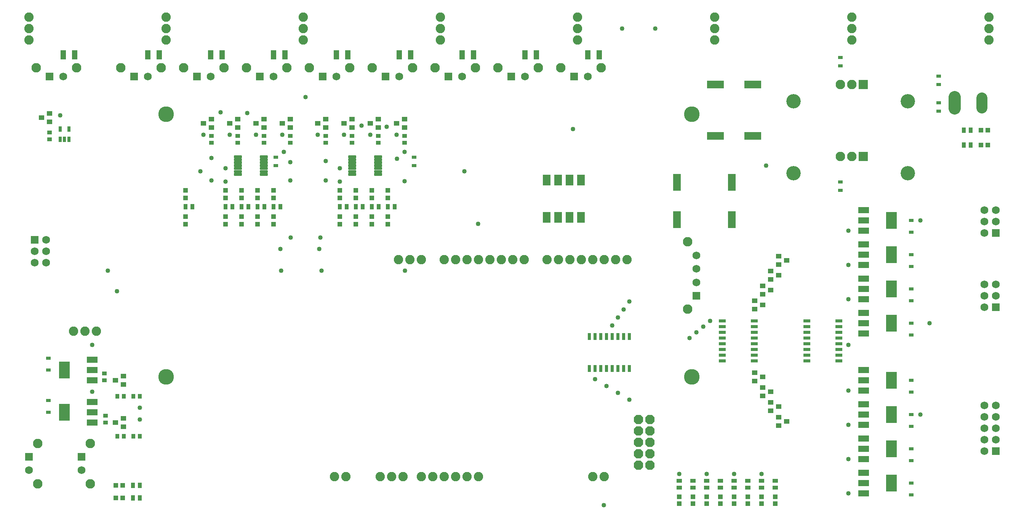
<source format=gbr>
G04 EAGLE Gerber RS-274X export*
G75*
%MOMM*%
%FSLAX34Y34*%
%LPD*%
%INSoldermask Top*%
%IPPOS*%
%AMOC8*
5,1,8,0,0,1.08239X$1,22.5*%
G01*
G04 Define Apertures*
%ADD10C,3.479800*%
%ADD11C,2.082800*%
%ADD12P,2.2544X8X292.5*%
%ADD13R,1.625600X0.762000*%
%ADD14R,1.103200X0.853200*%
%ADD15R,1.133200X0.993200*%
%ADD16R,0.953200X1.203200*%
%ADD17R,1.253200X2.003200*%
%ADD18R,0.762000X1.625600*%
%ADD19R,2.438200X1.422200*%
%ADD20R,2.403200X3.803200*%
%ADD21R,1.175200X1.005200*%
%ADD22C,0.306600*%
%ADD23R,1.733200X1.733200*%
%ADD24C,1.733200*%
%ADD25C,2.108200*%
%ADD26R,1.723200X2.363200*%
%ADD27R,1.003200X1.003200*%
%ADD28R,1.203200X0.953200*%
%ADD29R,1.092200X0.762000*%
%ADD30R,3.810000X1.701800*%
%ADD31R,1.701800X3.810000*%
%ADD32R,1.041400X0.660400*%
%ADD33C,2.703200*%
%ADD34C,2.453200*%
%ADD35R,0.853200X1.103200*%
%ADD36R,2.108200X2.108200*%
%ADD37C,3.203200*%
%ADD38R,0.711200X1.219200*%
%ADD39C,1.016000*%
D10*
X1549400Y889000D03*
X1549400Y304800D03*
X381000Y304800D03*
X381000Y889000D03*
D11*
X1252381Y565511D03*
X1277781Y565511D03*
X1303181Y565511D03*
X1226981Y565511D03*
X1328581Y82911D03*
X1353981Y82911D03*
X1023781Y565511D03*
X1049181Y565511D03*
X1074581Y565511D03*
X1099981Y565511D03*
X1125381Y565511D03*
X1150781Y565511D03*
X1176181Y565511D03*
X998381Y565511D03*
X972981Y82911D03*
X998381Y82911D03*
X1023781Y82911D03*
X1049181Y82911D03*
X1074581Y82911D03*
X947581Y82911D03*
X754541Y82911D03*
X881541Y82911D03*
X906941Y82911D03*
D12*
X1455581Y184511D03*
X1430181Y184511D03*
X1455581Y159111D03*
X1430181Y159111D03*
X1455581Y133711D03*
X1430181Y133711D03*
X1455581Y108311D03*
X1430181Y108311D03*
D11*
X922181Y565511D03*
X947581Y565511D03*
X896781Y565511D03*
X1328581Y565511D03*
X1353981Y565511D03*
X1379381Y565511D03*
X1404781Y565511D03*
D12*
X1430181Y209911D03*
X1455581Y209911D03*
D11*
X856141Y82911D03*
X779941Y82911D03*
D13*
X1876044Y340360D03*
X1876044Y353060D03*
X1876044Y365760D03*
X1876044Y378460D03*
X1876044Y391160D03*
X1876044Y403860D03*
X1876044Y416560D03*
X1876044Y429260D03*
X1804416Y429260D03*
X1804416Y416560D03*
X1804416Y403860D03*
X1804416Y391160D03*
X1804416Y378460D03*
X1804416Y365760D03*
X1804416Y353060D03*
X1804416Y340360D03*
D14*
X852130Y825870D03*
X852130Y840370D03*
D15*
X838200Y703000D03*
X838200Y719400D03*
X838200Y660980D03*
X838200Y644580D03*
D16*
X853320Y683260D03*
X838320Y683260D03*
D15*
X802640Y703000D03*
X802640Y719400D03*
X802640Y660980D03*
X802640Y644580D03*
D16*
X817760Y683260D03*
X802760Y683260D03*
D15*
X767080Y703000D03*
X767080Y719400D03*
X767080Y660980D03*
X767080Y644580D03*
D16*
X782200Y683260D03*
X767200Y683260D03*
D13*
X1688084Y340360D03*
X1688084Y353060D03*
X1688084Y365760D03*
X1688084Y378460D03*
X1688084Y391160D03*
X1688084Y403860D03*
X1688084Y416560D03*
X1688084Y429260D03*
X1616456Y429260D03*
X1616456Y416560D03*
X1616456Y403860D03*
X1616456Y391160D03*
X1616456Y378460D03*
X1616456Y365760D03*
X1616456Y353060D03*
X1616456Y340360D03*
D17*
X1063880Y1021080D03*
X1038380Y1021080D03*
D14*
X793710Y825870D03*
X793710Y840370D03*
D17*
X924180Y1021080D03*
X898680Y1021080D03*
D14*
X735290Y825870D03*
X735290Y840370D03*
D18*
X1321315Y323068D03*
X1334015Y323068D03*
X1346715Y323068D03*
X1359415Y323068D03*
X1372115Y323068D03*
X1384815Y323068D03*
X1397515Y323068D03*
X1410215Y323068D03*
X1410215Y394696D03*
X1397515Y394696D03*
X1384815Y394696D03*
X1372115Y394696D03*
X1359415Y394696D03*
X1346715Y394696D03*
X1334015Y394696D03*
X1321315Y394696D03*
D17*
X1343280Y1021080D03*
X1317780Y1021080D03*
D14*
X910550Y825870D03*
X910550Y840370D03*
D15*
X873760Y703000D03*
X873760Y719400D03*
X873760Y660980D03*
X873760Y644580D03*
D16*
X888880Y683260D03*
X873880Y683260D03*
D17*
X1203580Y1021080D03*
X1178080Y1021080D03*
D19*
X1931160Y91690D03*
X1931160Y68580D03*
X1931160Y45470D03*
D20*
X1993140Y68580D03*
D21*
X1742400Y238760D03*
X1724700Y229260D03*
X1724700Y248260D03*
X1724620Y271780D03*
X1706920Y262280D03*
X1706920Y281280D03*
X1706840Y304800D03*
X1689140Y295300D03*
X1689140Y314300D03*
X1706840Y464820D03*
X1689140Y455320D03*
X1689140Y474320D03*
X1724620Y497840D03*
X1706920Y488340D03*
X1706920Y507340D03*
X1742400Y530860D03*
X1724700Y521360D03*
X1724700Y540360D03*
X1760180Y563880D03*
X1742480Y554380D03*
X1742480Y573380D03*
X892850Y868680D03*
X910550Y878180D03*
X910550Y859180D03*
X834430Y868680D03*
X852130Y878180D03*
X852130Y859180D03*
X776010Y868680D03*
X793710Y878180D03*
X793710Y859180D03*
D19*
X1931160Y167890D03*
X1931160Y144780D03*
X1931160Y121670D03*
D20*
X1993140Y144780D03*
D21*
X717590Y868680D03*
X735290Y878180D03*
X735290Y859180D03*
D19*
X1931160Y244090D03*
X1931160Y220980D03*
X1931160Y197870D03*
D20*
X1993140Y220980D03*
D19*
X1931160Y320290D03*
X1931160Y297180D03*
X1931160Y274070D03*
D20*
X1993140Y297180D03*
D19*
X1931160Y447290D03*
X1931160Y424180D03*
X1931160Y401070D03*
D20*
X1993140Y424180D03*
D19*
X1931160Y523490D03*
X1931160Y500380D03*
X1931160Y477270D03*
D20*
X1993140Y500380D03*
D19*
X1931160Y599690D03*
X1931160Y576580D03*
X1931160Y553470D03*
D20*
X1993140Y576580D03*
D19*
X1931160Y675890D03*
X1931160Y652780D03*
X1931160Y629670D03*
D20*
X1993140Y652780D03*
D21*
X1760180Y205740D03*
X1742480Y196240D03*
X1742480Y215240D03*
D22*
X858993Y756733D02*
X844327Y756733D01*
X858993Y756733D02*
X858993Y753667D01*
X844327Y753667D01*
X844327Y756733D01*
X844327Y756580D02*
X858993Y756580D01*
X858993Y763233D02*
X844327Y763233D01*
X858993Y763233D02*
X858993Y760167D01*
X844327Y760167D01*
X844327Y763233D01*
X844327Y763080D02*
X858993Y763080D01*
X858993Y769733D02*
X844327Y769733D01*
X858993Y769733D02*
X858993Y766667D01*
X844327Y766667D01*
X844327Y769733D01*
X844327Y769580D02*
X858993Y769580D01*
X858993Y776233D02*
X844327Y776233D01*
X858993Y776233D02*
X858993Y773167D01*
X844327Y773167D01*
X844327Y776233D01*
X844327Y776080D02*
X858993Y776080D01*
X858993Y782733D02*
X844327Y782733D01*
X858993Y782733D02*
X858993Y779667D01*
X844327Y779667D01*
X844327Y782733D01*
X844327Y782580D02*
X858993Y782580D01*
X858993Y789233D02*
X844327Y789233D01*
X858993Y789233D02*
X858993Y786167D01*
X844327Y786167D01*
X844327Y789233D01*
X844327Y789080D02*
X858993Y789080D01*
X858993Y795733D02*
X844327Y795733D01*
X858993Y795733D02*
X858993Y792667D01*
X844327Y792667D01*
X844327Y795733D01*
X844327Y795580D02*
X858993Y795580D01*
X801593Y795733D02*
X786927Y795733D01*
X801593Y795733D02*
X801593Y792667D01*
X786927Y792667D01*
X786927Y795733D01*
X786927Y795580D02*
X801593Y795580D01*
X801593Y789233D02*
X786927Y789233D01*
X801593Y789233D02*
X801593Y786167D01*
X786927Y786167D01*
X786927Y789233D01*
X786927Y789080D02*
X801593Y789080D01*
X801593Y782733D02*
X786927Y782733D01*
X801593Y782733D02*
X801593Y779667D01*
X786927Y779667D01*
X786927Y782733D01*
X786927Y782580D02*
X801593Y782580D01*
X801593Y776233D02*
X786927Y776233D01*
X801593Y776233D02*
X801593Y773167D01*
X786927Y773167D01*
X786927Y776233D01*
X786927Y776080D02*
X801593Y776080D01*
X801593Y769733D02*
X786927Y769733D01*
X801593Y769733D02*
X801593Y766667D01*
X786927Y766667D01*
X786927Y769733D01*
X786927Y769580D02*
X801593Y769580D01*
X801593Y763233D02*
X786927Y763233D01*
X801593Y763233D02*
X801593Y760167D01*
X786927Y760167D01*
X786927Y763233D01*
X786927Y763080D02*
X801593Y763080D01*
X801593Y756733D02*
X786927Y756733D01*
X801593Y756733D02*
X801593Y753667D01*
X786927Y753667D01*
X786927Y756733D01*
X786927Y756580D02*
X801593Y756580D01*
D23*
X1148080Y972820D03*
D24*
X1178080Y972820D03*
D25*
X1118080Y992420D03*
X1208080Y992420D03*
D23*
X1008380Y972820D03*
D24*
X1038380Y972820D03*
D25*
X978380Y992420D03*
X1068380Y992420D03*
D23*
X868680Y972820D03*
D24*
X898680Y972820D03*
D25*
X838680Y992420D03*
X928680Y992420D03*
D26*
X1303020Y742340D03*
X1277620Y742340D03*
X1252220Y742340D03*
X1226820Y742340D03*
X1226820Y659740D03*
X1252220Y659740D03*
X1277620Y659740D03*
X1303020Y659740D03*
D23*
X2225040Y139700D03*
D24*
X2199640Y139700D03*
X2225040Y165100D03*
X2199640Y165100D03*
X2225040Y190500D03*
X2199640Y190500D03*
X2225040Y215900D03*
X2199640Y215900D03*
X2225040Y241300D03*
X2199640Y241300D03*
D27*
X1521460Y22980D03*
X1521460Y37980D03*
D28*
X1521460Y58540D03*
X1521460Y73540D03*
D27*
X1551940Y22980D03*
X1551940Y37980D03*
D28*
X1551940Y58540D03*
X1551940Y73540D03*
X1582420Y58540D03*
X1582420Y73540D03*
D27*
X1582420Y22980D03*
X1582420Y37980D03*
D28*
X1612900Y58540D03*
X1612900Y73540D03*
D27*
X1612900Y22980D03*
X1612900Y37980D03*
X1643380Y22980D03*
X1643380Y37980D03*
D28*
X1643380Y58540D03*
X1643380Y73540D03*
D27*
X1673860Y22980D03*
X1673860Y37980D03*
D28*
X1673860Y58540D03*
X1673860Y73540D03*
X1704340Y58540D03*
X1704340Y73540D03*
D27*
X1704340Y22980D03*
X1704340Y37980D03*
D28*
X1734820Y58540D03*
X1734820Y73540D03*
D27*
X1734820Y22980D03*
X1734820Y37980D03*
D29*
X624205Y774700D03*
X624205Y793242D03*
X1879600Y996569D03*
X1879600Y1015111D03*
X2098040Y914400D03*
X2098040Y895858D03*
X2098040Y955152D03*
X2098040Y973694D03*
D27*
X2207140Y853440D03*
X2192140Y853440D03*
D16*
X2169040Y853440D03*
X2154040Y853440D03*
D27*
X2207140Y820420D03*
X2192140Y820420D03*
D16*
X2169040Y820420D03*
X2154040Y820420D03*
D30*
X1601851Y840740D03*
X1684909Y840740D03*
X1601851Y955040D03*
X1684909Y955040D03*
D31*
X1516380Y654431D03*
X1516380Y737489D03*
X1638300Y654431D03*
X1638300Y737489D03*
D32*
X2037080Y68580D03*
X2037080Y42164D03*
X2037080Y144780D03*
X2037080Y118364D03*
X2037080Y220980D03*
X2037080Y194564D03*
X2037080Y297180D03*
X2037080Y270764D03*
X2037080Y424180D03*
X2037080Y397764D03*
X2037080Y500380D03*
X2037080Y473964D03*
X2037080Y576580D03*
X2037080Y550164D03*
X2037080Y652780D03*
X2037080Y626364D03*
D23*
X1559530Y485140D03*
D24*
X1559530Y515140D03*
X1559530Y545140D03*
X1559530Y575140D03*
D25*
X1539930Y455140D03*
X1539930Y605140D03*
D33*
X2133600Y901900D02*
X2133600Y926900D01*
D34*
X2193600Y925650D02*
X2193600Y903150D01*
D35*
X322210Y172720D03*
X307710Y172720D03*
X272150Y172720D03*
X286650Y172720D03*
D21*
X268010Y203200D03*
X285710Y212700D03*
X285710Y193700D03*
D19*
X216410Y202950D03*
X216410Y226060D03*
X216410Y249170D03*
D20*
X154430Y226060D03*
D14*
X246380Y203570D03*
X246380Y218070D03*
D32*
X119380Y226060D03*
X119380Y252476D03*
D35*
X322210Y261620D03*
X307710Y261620D03*
X272150Y261620D03*
X286650Y261620D03*
D21*
X268010Y297180D03*
X285710Y306680D03*
X285710Y287680D03*
D19*
X216410Y296930D03*
X216410Y320040D03*
X216410Y343150D03*
D20*
X154430Y320040D03*
D14*
X243840Y297550D03*
X243840Y312050D03*
D32*
X119380Y320040D03*
X119380Y346456D03*
D11*
X2209800Y1104900D03*
X2209800Y1079500D03*
X2209800Y1054100D03*
X1905000Y1104900D03*
X1905000Y1079500D03*
X1905000Y1054100D03*
X1600200Y1104900D03*
X1600200Y1079500D03*
X1600200Y1054100D03*
X1295400Y1104900D03*
X1295400Y1079500D03*
X1295400Y1054100D03*
X990600Y1104900D03*
X990600Y1079500D03*
X990600Y1054100D03*
X685800Y1104900D03*
X685800Y1079500D03*
X685800Y1054100D03*
X381000Y1104900D03*
X381000Y1079500D03*
X381000Y1054100D03*
X76200Y1104900D03*
X76200Y1079500D03*
X76200Y1054100D03*
D21*
X638850Y868680D03*
X656550Y878180D03*
X656550Y859180D03*
D17*
X784480Y1021080D03*
X758980Y1021080D03*
D22*
X604993Y756733D02*
X590327Y756733D01*
X604993Y756733D02*
X604993Y753667D01*
X590327Y753667D01*
X590327Y756733D01*
X590327Y756580D02*
X604993Y756580D01*
X604993Y763233D02*
X590327Y763233D01*
X604993Y763233D02*
X604993Y760167D01*
X590327Y760167D01*
X590327Y763233D01*
X590327Y763080D02*
X604993Y763080D01*
X604993Y769733D02*
X590327Y769733D01*
X604993Y769733D02*
X604993Y766667D01*
X590327Y766667D01*
X590327Y769733D01*
X590327Y769580D02*
X604993Y769580D01*
X604993Y776233D02*
X590327Y776233D01*
X604993Y776233D02*
X604993Y773167D01*
X590327Y773167D01*
X590327Y776233D01*
X590327Y776080D02*
X604993Y776080D01*
X604993Y782733D02*
X590327Y782733D01*
X604993Y782733D02*
X604993Y779667D01*
X590327Y779667D01*
X590327Y782733D01*
X590327Y782580D02*
X604993Y782580D01*
X604993Y789233D02*
X590327Y789233D01*
X604993Y789233D02*
X604993Y786167D01*
X590327Y786167D01*
X590327Y789233D01*
X590327Y789080D02*
X604993Y789080D01*
X604993Y795733D02*
X590327Y795733D01*
X604993Y795733D02*
X604993Y792667D01*
X590327Y792667D01*
X590327Y795733D01*
X590327Y795580D02*
X604993Y795580D01*
X547593Y795733D02*
X532927Y795733D01*
X547593Y795733D02*
X547593Y792667D01*
X532927Y792667D01*
X532927Y795733D01*
X532927Y795580D02*
X547593Y795580D01*
X547593Y789233D02*
X532927Y789233D01*
X547593Y789233D02*
X547593Y786167D01*
X532927Y786167D01*
X532927Y789233D01*
X532927Y789080D02*
X547593Y789080D01*
X547593Y782733D02*
X532927Y782733D01*
X547593Y782733D02*
X547593Y779667D01*
X532927Y779667D01*
X532927Y782733D01*
X532927Y782580D02*
X547593Y782580D01*
X547593Y776233D02*
X532927Y776233D01*
X547593Y776233D02*
X547593Y773167D01*
X532927Y773167D01*
X532927Y776233D01*
X532927Y776080D02*
X547593Y776080D01*
X547593Y769733D02*
X532927Y769733D01*
X547593Y769733D02*
X547593Y766667D01*
X532927Y766667D01*
X532927Y769733D01*
X532927Y769580D02*
X547593Y769580D01*
X547593Y763233D02*
X532927Y763233D01*
X547593Y763233D02*
X547593Y760167D01*
X532927Y760167D01*
X532927Y763233D01*
X532927Y763080D02*
X547593Y763080D01*
X547593Y756733D02*
X532927Y756733D01*
X547593Y756733D02*
X547593Y753667D01*
X532927Y753667D01*
X532927Y756733D01*
X532927Y756580D02*
X547593Y756580D01*
D14*
X656550Y825870D03*
X656550Y840370D03*
D15*
X619760Y703000D03*
X619760Y719400D03*
X619760Y660980D03*
X619760Y644580D03*
D16*
X634880Y683260D03*
X619880Y683260D03*
D21*
X580430Y868680D03*
X598130Y878180D03*
X598130Y859180D03*
D17*
X644780Y1021080D03*
X619280Y1021080D03*
D14*
X598130Y825870D03*
X598130Y840370D03*
D15*
X584200Y703000D03*
X584200Y719400D03*
X584200Y660980D03*
X584200Y644580D03*
D16*
X599320Y683260D03*
X584320Y683260D03*
D15*
X548640Y703000D03*
X548640Y719400D03*
X548640Y660980D03*
X548640Y644580D03*
D16*
X563760Y683260D03*
X548760Y683260D03*
D15*
X513080Y703000D03*
X513080Y719400D03*
X513080Y660980D03*
X513080Y644580D03*
D16*
X528200Y683260D03*
X513200Y683260D03*
D21*
X522010Y868680D03*
X539710Y878180D03*
X539710Y859180D03*
D14*
X539710Y825870D03*
X539710Y840370D03*
D21*
X463590Y868680D03*
X481290Y878180D03*
X481290Y859180D03*
D17*
X365380Y1021080D03*
X339880Y1021080D03*
D14*
X481290Y825870D03*
X481290Y840370D03*
D29*
X932180Y774700D03*
X932180Y793242D03*
D23*
X728980Y972820D03*
D24*
X758980Y972820D03*
D25*
X698980Y992420D03*
X788980Y992420D03*
D23*
X589280Y972820D03*
D24*
X619280Y972820D03*
D25*
X559280Y992420D03*
X649280Y992420D03*
D23*
X449580Y972820D03*
D24*
X479580Y972820D03*
D25*
X419580Y992420D03*
X509580Y992420D03*
D23*
X309880Y972820D03*
D24*
X339880Y972820D03*
D25*
X279880Y992420D03*
X369880Y992420D03*
D17*
X505080Y1021080D03*
X479580Y1021080D03*
D11*
X226060Y406400D03*
X200660Y406400D03*
X175260Y406400D03*
D27*
X269360Y63500D03*
X284360Y63500D03*
D16*
X307460Y63500D03*
X322460Y63500D03*
D27*
X269360Y35560D03*
X284360Y35560D03*
D16*
X307460Y35560D03*
X322460Y35560D03*
D36*
X1930400Y795020D03*
D25*
X1905000Y795020D03*
X1879600Y795020D03*
D29*
X1879600Y738251D03*
X1879600Y719709D03*
D36*
X1930400Y955040D03*
D25*
X1905000Y955040D03*
X1879600Y955040D03*
D37*
X1775460Y917433D03*
X2029460Y917433D03*
X1775460Y757413D03*
X2029460Y757413D03*
D15*
X424180Y703000D03*
X424180Y719400D03*
X424180Y660980D03*
X424180Y644580D03*
D16*
X439300Y683260D03*
X424300Y683260D03*
D21*
X104220Y881380D03*
X121920Y890880D03*
X121920Y871880D03*
D17*
X177420Y1021080D03*
X151920Y1021080D03*
D14*
X121920Y833490D03*
X121920Y847990D03*
D23*
X121920Y972820D03*
D24*
X151920Y972820D03*
D25*
X91920Y992420D03*
X181920Y992420D03*
D23*
X2225040Y624840D03*
D24*
X2199640Y624840D03*
X2225040Y650240D03*
X2199640Y650240D03*
X2225040Y675640D03*
X2199640Y675640D03*
D23*
X2225040Y459740D03*
D24*
X2199640Y459740D03*
X2225040Y485140D03*
X2199640Y485140D03*
X2225040Y510540D03*
X2199640Y510540D03*
D23*
X193040Y127000D03*
D24*
X193040Y97000D03*
D25*
X212640Y157000D03*
X212640Y67000D03*
D23*
X76200Y127000D03*
D24*
X76200Y97000D03*
D25*
X95800Y157000D03*
X95800Y67000D03*
D38*
X145440Y833490D03*
X154940Y833490D03*
X164440Y833490D03*
X164440Y856350D03*
X145440Y856350D03*
D23*
X88900Y609600D03*
D24*
X114300Y609600D03*
X88900Y584200D03*
X114300Y584200D03*
X88900Y558800D03*
X114300Y558800D03*
D23*
X1287780Y972820D03*
D24*
X1317780Y972820D03*
D25*
X1257780Y992420D03*
X1347780Y992420D03*
D39*
X2057400Y220980D03*
X2077720Y424180D03*
X2057400Y652780D03*
X1590040Y429260D03*
X1410215Y472440D03*
X1544320Y391160D03*
X1372115Y419100D03*
X1559560Y403860D03*
X1384815Y436880D03*
X1574800Y416560D03*
X1397515Y454660D03*
X1521460Y88900D03*
X1334015Y299720D03*
X1582420Y88900D03*
X1359415Y284480D03*
X1643380Y88900D03*
X1384815Y269240D03*
X1704340Y88900D03*
X1410215Y254000D03*
X1897380Y45470D03*
X1897380Y274070D03*
X1897380Y197870D03*
X1897380Y121670D03*
X1897380Y477270D03*
X1897380Y553470D03*
X1897380Y629670D03*
X1897380Y375920D03*
X216410Y375920D03*
X216410Y271780D03*
X145440Y886460D03*
X657860Y614680D03*
X642620Y805180D03*
X894080Y789940D03*
X723900Y614680D03*
X271780Y495300D03*
X1714500Y774700D03*
X1285240Y855980D03*
X1074420Y645160D03*
X638810Y843280D03*
X1468120Y1079500D03*
X1394460Y1079500D03*
X463590Y843280D03*
X522010Y843280D03*
X892850Y843280D03*
X834430Y843280D03*
X776010Y843280D03*
X580430Y843280D03*
X717590Y843280D03*
X635000Y589280D03*
X721360Y589280D03*
X910550Y805180D03*
X910550Y739960D03*
X767080Y739140D03*
X767080Y769066D03*
X815340Y863600D03*
X735290Y784860D03*
X735290Y741680D03*
X871220Y861060D03*
X690880Y926800D03*
X1353820Y19050D03*
X322210Y209911D03*
X322210Y236220D03*
X656550Y782320D03*
X656550Y741680D03*
X513080Y739140D03*
X513080Y769066D03*
X501781Y892810D03*
X481290Y741680D03*
X481290Y791505D03*
X561340Y891540D03*
X457200Y761700D03*
X911860Y541020D03*
X726440Y541020D03*
X636270Y541020D03*
X251460Y541020D03*
X1043940Y761700D03*
M02*

</source>
